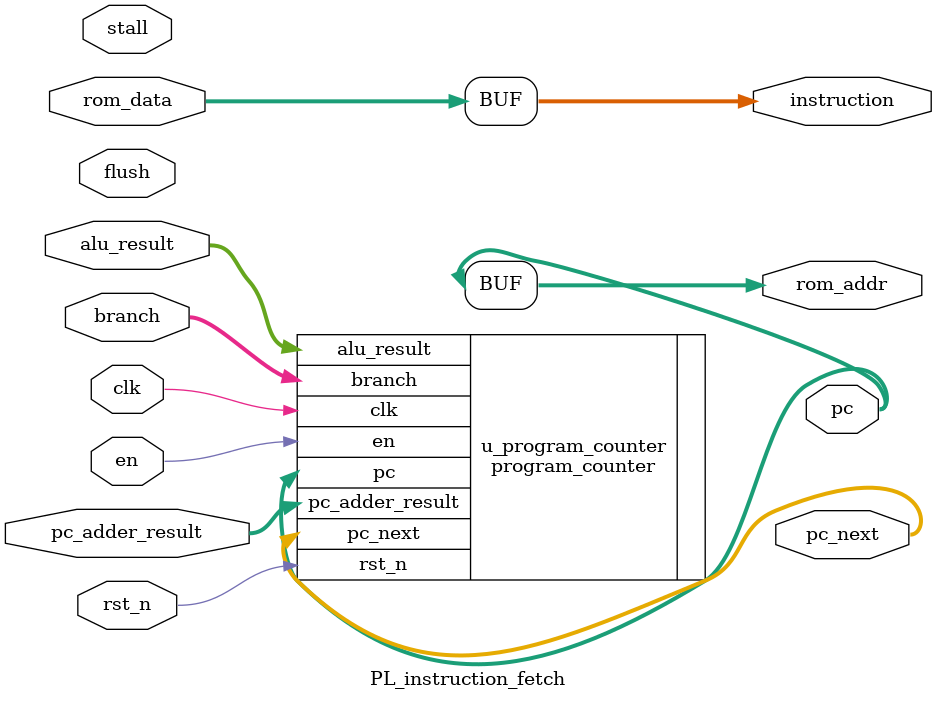
<source format=v>
module PL_instruction_fetch(
        // * Clock Sync Signals Connection --------------------
        input clk,
        input rst_n,
        input en,

        // * Pipeline Signals Connection --------------------
        input stall,
        input flush,

        // * Internal Signals Connection --------------------
        input [1:0] branch,
        input [31:0] alu_result,
        input [31:0] pc_adder_result,

        output [31:0] pc,
        output [31:0] pc_next,
        output [31:0] instruction,

        // * External Signals Connection --------------------
        output  [31:0] rom_addr,
        input  [31:0] rom_data
    );

    // output declaration of module program_counter
    program_counter
        u_program_counter(
            .branch          	(branch           ),
            .en              	(en               ),
            .clk             	(clk              ),
            .rst_n           	(rst_n            ),
            .alu_result      	(alu_result       ),
            .pc_adder_result 	(pc_adder_result  ),
            .pc              	(pc               ),
            .pc_next         	(pc_next          )
        );

    assign rom_addr = pc; // PC作为ROM的地址
    assign instruction = rom_data; // 从ROM中读取指令
endmodule

</source>
